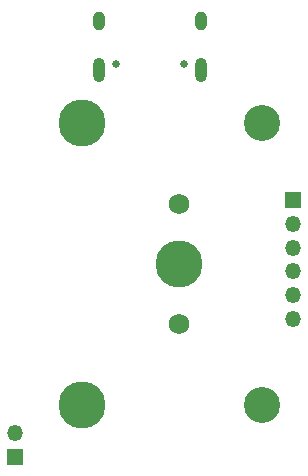
<source format=gbr>
%TF.GenerationSoftware,KiCad,Pcbnew,(5.1.10)-1*%
%TF.CreationDate,2021-09-23T10:02:32+02:00*%
%TF.ProjectId,iso,69736f2e-6b69-4636-9164-5f7063625858,rev?*%
%TF.SameCoordinates,Original*%
%TF.FileFunction,Soldermask,Top*%
%TF.FilePolarity,Negative*%
%FSLAX46Y46*%
G04 Gerber Fmt 4.6, Leading zero omitted, Abs format (unit mm)*
G04 Created by KiCad (PCBNEW (5.1.10)-1) date 2021-09-23 10:02:32*
%MOMM*%
%LPD*%
G01*
G04 APERTURE LIST*
%ADD10C,3.987800*%
%ADD11C,3.048000*%
%ADD12C,1.750000*%
%ADD13O,1.350000X1.350000*%
%ADD14R,1.350000X1.350000*%
%ADD15O,1.000000X2.100000*%
%ADD16C,0.650000*%
%ADD17O,1.000000X1.600000*%
G04 APERTURE END LIST*
D10*
%TO.C,MX1*%
X149174200Y-72085200D03*
X149174200Y-95961200D03*
D11*
X164414200Y-72085200D03*
X164414200Y-95961200D03*
D12*
X157429200Y-78943200D03*
X157429200Y-89103200D03*
D10*
X157429200Y-84023200D03*
%TD*%
D13*
%TO.C,J1*%
X167081200Y-88638400D03*
X167081200Y-86638400D03*
X167081200Y-84638400D03*
X167081200Y-82638400D03*
X167081200Y-80638400D03*
D14*
X167081200Y-78638400D03*
%TD*%
D15*
%TO.C,USB1*%
X159310800Y-67595200D03*
X150670800Y-67595200D03*
D16*
X152100800Y-67065200D03*
D17*
X150670800Y-63415200D03*
D16*
X157880800Y-67065200D03*
D17*
X159310800Y-63415200D03*
%TD*%
D13*
%TO.C,BOOT*%
X143560800Y-98330000D03*
D14*
X143560800Y-100330000D03*
%TD*%
M02*

</source>
